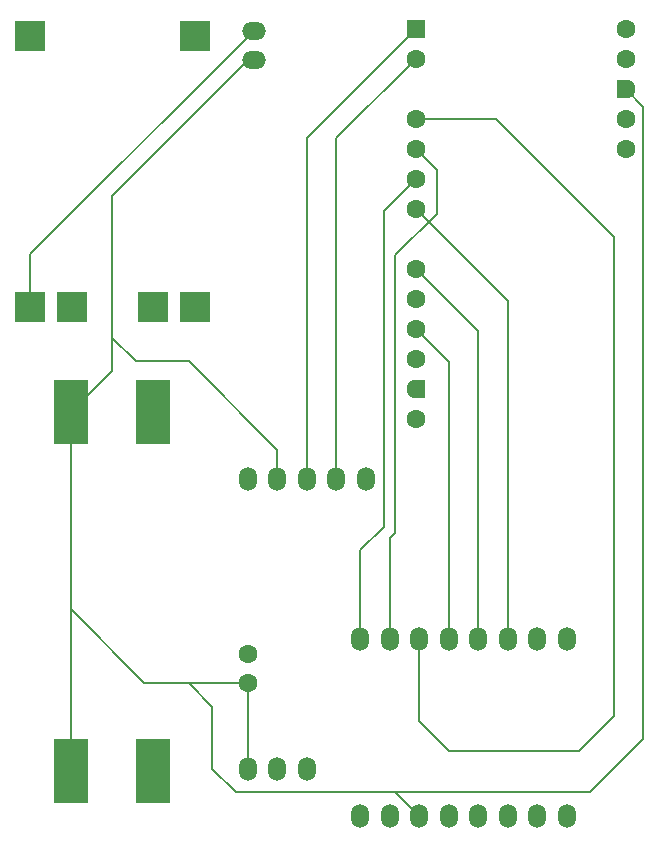
<source format=gbr>
%TF.GenerationSoftware,KiCad,Pcbnew,9.0.3*%
%TF.CreationDate,2025-10-17T23:17:00-07:00*%
%TF.ProjectId,Small_car_electronics.FCStd,536d616c-6c5f-4636-9172-5f656c656374,rev?*%
%TF.SameCoordinates,Original*%
%TF.FileFunction,Copper,L2,Bot*%
%TF.FilePolarity,Positive*%
%FSLAX46Y46*%
G04 Gerber Fmt 4.6, Leading zero omitted, Abs format (unit mm)*
G04 Created by KiCad (PCBNEW 9.0.3) date 2025-10-17 23:17:00*
%MOMM*%
%LPD*%
G01*
G04 APERTURE LIST*
G04 Aperture macros list*
%AMRoundRect*
0 Rectangle with rounded corners*
0 $1 Rounding radius*
0 $2 $3 $4 $5 $6 $7 $8 $9 X,Y pos of 4 corners*
0 Add a 4 corners polygon primitive as box body*
4,1,4,$2,$3,$4,$5,$6,$7,$8,$9,$2,$3,0*
0 Add four circle primitives for the rounded corners*
1,1,$1+$1,$2,$3*
1,1,$1+$1,$4,$5*
1,1,$1+$1,$6,$7*
1,1,$1+$1,$8,$9*
0 Add four rect primitives between the rounded corners*
20,1,$1+$1,$2,$3,$4,$5,0*
20,1,$1+$1,$4,$5,$6,$7,0*
20,1,$1+$1,$6,$7,$8,$9,0*
20,1,$1+$1,$8,$9,$2,$3,0*%
%AMFreePoly0*
4,1,37,0.603843,0.796157,0.639018,0.796157,0.711114,0.766294,0.766294,0.711114,0.796157,0.639018,0.796157,0.603843,0.800000,0.600000,0.800000,-0.600000,0.796157,-0.603843,0.796157,-0.639018,0.766294,-0.711114,0.711114,-0.766294,0.639018,-0.796157,0.603843,-0.796157,0.600000,-0.800000,0.000000,-0.800000,0.000000,-0.796148,-0.078414,-0.796148,-0.232228,-0.765552,-0.377117,-0.705537,
-0.507515,-0.618408,-0.618408,-0.507515,-0.705537,-0.377117,-0.765552,-0.232228,-0.796148,-0.078414,-0.796148,0.078414,-0.765552,0.232228,-0.705537,0.377117,-0.618408,0.507515,-0.507515,0.618408,-0.377117,0.705537,-0.232228,0.765552,-0.078414,0.796148,0.000000,0.796148,0.000000,0.800000,0.600000,0.800000,0.603843,0.796157,0.603843,0.796157,$1*%
%AMFreePoly1*
4,1,37,0.000000,0.796148,0.078414,0.796148,0.232228,0.765552,0.377117,0.705537,0.507515,0.618408,0.618408,0.507515,0.705537,0.377117,0.765552,0.232228,0.796148,0.078414,0.796148,-0.078414,0.765552,-0.232228,0.705537,-0.377117,0.618408,-0.507515,0.507515,-0.618408,0.377117,-0.705537,0.232228,-0.765552,0.078414,-0.796148,0.000000,-0.796148,0.000000,-0.800000,-0.600000,-0.800000,
-0.603843,-0.796157,-0.639018,-0.796157,-0.711114,-0.766294,-0.766294,-0.711114,-0.796157,-0.639018,-0.796157,-0.603843,-0.800000,-0.600000,-0.800000,0.600000,-0.796157,0.603843,-0.796157,0.639018,-0.766294,0.711114,-0.711114,0.766294,-0.639018,0.796157,-0.603843,0.796157,-0.600000,0.800000,0.000000,0.800000,0.000000,0.796148,0.000000,0.796148,$1*%
G04 Aperture macros list end*
%TA.AperFunction,ComponentPad*%
%ADD10O,2.000000X1.500000*%
%TD*%
%TA.AperFunction,ComponentPad*%
%ADD11R,2.500000X2.500000*%
%TD*%
%TA.AperFunction,ComponentPad*%
%ADD12R,3.000000X5.500000*%
%TD*%
%TA.AperFunction,ComponentPad*%
%ADD13O,1.500000X2.000000*%
%TD*%
%TA.AperFunction,ComponentPad*%
%ADD14C,1.600000*%
%TD*%
%TA.AperFunction,ComponentPad*%
%ADD15RoundRect,0.200000X-0.600000X-0.600000X0.600000X-0.600000X0.600000X0.600000X-0.600000X0.600000X0*%
%TD*%
%TA.AperFunction,ComponentPad*%
%ADD16FreePoly0,0.000000*%
%TD*%
%TA.AperFunction,ComponentPad*%
%ADD17FreePoly1,0.000000*%
%TD*%
%TA.AperFunction,Conductor*%
%ADD18C,0.200000*%
%TD*%
G04 APERTURE END LIST*
D10*
%TO.P,,2*%
%TO.N,N/C*%
X89000000Y-51500000D03*
%TD*%
D11*
%TO.P,TP4056_Module,1*%
%TO.N,N/C*%
X70100000Y-72400000D03*
%TO.P,TP4056_Module,2*%
X73600000Y-72400000D03*
%TO.P,TP4056_Module,3*%
X84000000Y-72400000D03*
%TO.P,TP4056_Module,4*%
X80500000Y-72400000D03*
%TO.P,TP4056_Module,5*%
X70100000Y-49500000D03*
%TO.P,TP4056_Module,6*%
X84000000Y-49500000D03*
%TD*%
D12*
%TO.P,MT3608_Module,1*%
%TO.N,N/C*%
X80500000Y-81300000D03*
%TO.P,MT3608_Module,2*%
X73500000Y-81300000D03*
%TO.P,MT3608_Module,3*%
X80500000Y-111700000D03*
%TO.P,MT3608_Module,4*%
X73500000Y-111700000D03*
%TD*%
D10*
%TO.P,,1*%
%TO.N,N/C*%
X89000000Y-49000000D03*
%TD*%
D13*
%TO.P,TOF200C,1*%
%TO.N,N/C*%
X98500000Y-87000000D03*
%TO.P,TOF200C,2*%
X96000000Y-87000000D03*
%TO.P,TOF200C,3*%
X93500000Y-87000000D03*
%TO.P,TOF200C,4*%
X91000000Y-87000000D03*
%TO.P,TOF200C,5*%
X88500000Y-87000000D03*
%TD*%
D14*
%TO.P,750uF,1*%
%TO.N,N/C*%
X88500000Y-104250000D03*
%TO.P,750uF,2*%
X88500000Y-101750000D03*
%TD*%
D13*
%TO.P,Servo,1*%
%TO.N,N/C*%
X93500000Y-111500000D03*
%TO.P,Servo,2*%
X91000000Y-111500000D03*
%TO.P,Servo,3*%
X88500000Y-111500000D03*
%TD*%
%TO.P,TB6612FNG_Module,1*%
%TO.N,N/C*%
X115500000Y-115500000D03*
%TO.P,TB6612FNG_Module,2*%
X113000000Y-115500000D03*
%TO.P,TB6612FNG_Module,3*%
X110500000Y-115500000D03*
%TO.P,TB6612FNG_Module,4*%
X108000000Y-115500000D03*
%TO.P,TB6612FNG_Module,5*%
X105500000Y-115500000D03*
%TO.P,TB6612FNG_Module,6*%
X103000000Y-115500000D03*
%TO.P,TB6612FNG_Module,7*%
X100500000Y-115500000D03*
%TO.P,TB6612FNG_Module,8*%
X98000000Y-115500000D03*
%TO.P,TB6612FNG_Module,9*%
X115500000Y-100500000D03*
%TO.P,TB6612FNG_Module,10*%
X113000000Y-100500000D03*
%TO.P,TB6612FNG_Module,11*%
X110500000Y-100500000D03*
%TO.P,TB6612FNG_Module,12*%
X108000000Y-100500000D03*
%TO.P,TB6612FNG_Module,13*%
X105500000Y-100500000D03*
%TO.P,TB6612FNG_Module,14*%
X103000000Y-100500000D03*
%TO.P,TB6612FNG_Module,15*%
X100500000Y-100500000D03*
%TO.P,TB6612FNG_Module,16*%
X98000000Y-100500000D03*
%TD*%
D15*
%TO.P,PicoW,1*%
%TO.N,N/C*%
X102720000Y-48880000D03*
D14*
%TO.P,PicoW,2*%
X102720000Y-51420000D03*
%TO.P,PicoW,4*%
X102720000Y-56500000D03*
%TO.P,PicoW,5*%
X102720000Y-59040000D03*
%TO.P,PicoW,6*%
X102720000Y-61580000D03*
%TO.P,PicoW,7*%
X102720000Y-64120000D03*
%TO.P,PicoW,9*%
X102720000Y-69200000D03*
%TO.P,PicoW,10*%
X102720000Y-71740000D03*
%TO.P,PicoW,11*%
X102720000Y-74280000D03*
%TO.P,PicoW,12*%
X102720000Y-76820000D03*
D16*
%TO.P,PicoW,13*%
X102720000Y-79360000D03*
D14*
%TO.P,PicoW,14*%
X102720000Y-81900000D03*
%TO.P,PicoW,36*%
X120500000Y-59040000D03*
%TO.P,PicoW,37*%
X120500000Y-56500000D03*
D17*
%TO.P,PicoW,38*%
X120500000Y-53960000D03*
D14*
%TO.P,PicoW,39*%
X120500000Y-51420000D03*
%TO.P,PicoW,40*%
X120500000Y-48880000D03*
%TD*%
D18*
%TO.N,*%
X110500000Y-71900000D02*
X110500000Y-100500000D01*
X102720000Y-64120000D02*
X110500000Y-71900000D01*
X108000000Y-74480000D02*
X108000000Y-100500000D01*
X102720000Y-69200000D02*
X108000000Y-74480000D01*
X105500000Y-77060000D02*
X105500000Y-100500000D01*
X102720000Y-74280000D02*
X105500000Y-77060000D01*
X109500000Y-56500000D02*
X102720000Y-56500000D01*
X119500000Y-107000000D02*
X119500000Y-66500000D01*
X105500000Y-110000000D02*
X116500000Y-110000000D01*
X119500000Y-66500000D02*
X109500000Y-56500000D01*
X103000000Y-107500000D02*
X105500000Y-110000000D01*
X116500000Y-110000000D02*
X119500000Y-107000000D01*
X103000000Y-100500000D02*
X103000000Y-107500000D01*
X100500000Y-92000000D02*
X100500000Y-100500000D01*
X101000000Y-91500000D02*
X100500000Y-92000000D01*
X101000000Y-68000000D02*
X101000000Y-91500000D01*
X104500000Y-64500000D02*
X101000000Y-68000000D01*
X104500000Y-60820000D02*
X104500000Y-64500000D01*
X102720000Y-59040000D02*
X104500000Y-60820000D01*
X98000000Y-93000000D02*
X98000000Y-100500000D01*
X100000000Y-91000000D02*
X98000000Y-93000000D01*
X100000000Y-64300000D02*
X100000000Y-91000000D01*
X102720000Y-61580000D02*
X100000000Y-64300000D01*
X85500000Y-106250000D02*
X83500000Y-104250000D01*
X100000000Y-113500000D02*
X87500000Y-113500000D01*
X83500000Y-104250000D02*
X79750000Y-104250000D01*
X87500000Y-113500000D02*
X85500000Y-111500000D01*
X85500000Y-111500000D02*
X85500000Y-106250000D01*
X96000000Y-87000000D02*
X96000000Y-58140000D01*
X96000000Y-58140000D02*
X102720000Y-51420000D01*
X93500000Y-58100000D02*
X102720000Y-48880000D01*
X93500000Y-87000000D02*
X93500000Y-58100000D01*
X98500000Y-87000000D02*
X98500000Y-86120000D01*
X117500000Y-113500000D02*
X100000000Y-113500000D01*
X122000000Y-109000000D02*
X117500000Y-113500000D01*
X122000000Y-55460000D02*
X122000000Y-109000000D01*
X120500000Y-53960000D02*
X122000000Y-55460000D01*
X100000000Y-113500000D02*
X101000000Y-113500000D01*
X101000000Y-113500000D02*
X103000000Y-115500000D01*
X79000000Y-77000000D02*
X77000000Y-75000000D01*
X83500000Y-77000000D02*
X79000000Y-77000000D01*
X91000000Y-84500000D02*
X83500000Y-77000000D01*
X77000000Y-75000000D02*
X77000000Y-63000000D01*
X91000000Y-87000000D02*
X91000000Y-84500000D01*
X79750000Y-104250000D02*
X73500000Y-98000000D01*
X88500000Y-104250000D02*
X83500000Y-104250000D01*
X73500000Y-81300000D02*
X73500000Y-98000000D01*
X88500000Y-104250000D02*
X88500000Y-111500000D01*
X77000000Y-63000000D02*
X88500000Y-51500000D01*
X88500000Y-51500000D02*
X89000000Y-51500000D01*
X77000000Y-77800000D02*
X77000000Y-75000000D01*
X73500000Y-81300000D02*
X77000000Y-77800000D01*
X73500000Y-98000000D02*
X73500000Y-111700000D01*
X70100000Y-72400000D02*
X70100000Y-67900000D01*
X70100000Y-67900000D02*
X89000000Y-49000000D01*
%TD*%
M02*

</source>
